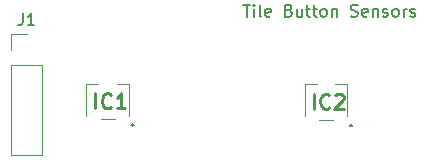
<source format=gto>
G04 #@! TF.GenerationSoftware,KiCad,Pcbnew,7.0.2*
G04 #@! TF.CreationDate,2023-10-24T21:53:47-04:00*
G04 #@! TF.ProjectId,MacroPad Tile Holder Sensors,4d616372-6f50-4616-9420-54696c652048,rev?*
G04 #@! TF.SameCoordinates,Original*
G04 #@! TF.FileFunction,Legend,Top*
G04 #@! TF.FilePolarity,Positive*
%FSLAX46Y46*%
G04 Gerber Fmt 4.6, Leading zero omitted, Abs format (unit mm)*
G04 Created by KiCad (PCBNEW 7.0.2) date 2023-10-24 21:53:47*
%MOMM*%
%LPD*%
G01*
G04 APERTURE LIST*
%ADD10C,0.150000*%
%ADD11C,0.254000*%
%ADD12C,0.120000*%
%ADD13C,0.100000*%
%ADD14C,0.200000*%
%ADD15R,1.700000X1.700000*%
%ADD16O,1.700000X1.700000*%
%ADD17R,0.700000X1.000000*%
%ADD18R,0.900000X1.000000*%
G04 APERTURE END LIST*
D10*
X131625238Y-64097619D02*
X132196666Y-64097619D01*
X131910952Y-65097619D02*
X131910952Y-64097619D01*
X132530000Y-65097619D02*
X132530000Y-64430952D01*
X132530000Y-64097619D02*
X132482381Y-64145238D01*
X132482381Y-64145238D02*
X132530000Y-64192857D01*
X132530000Y-64192857D02*
X132577619Y-64145238D01*
X132577619Y-64145238D02*
X132530000Y-64097619D01*
X132530000Y-64097619D02*
X132530000Y-64192857D01*
X133149047Y-65097619D02*
X133053809Y-65050000D01*
X133053809Y-65050000D02*
X133006190Y-64954761D01*
X133006190Y-64954761D02*
X133006190Y-64097619D01*
X133910952Y-65050000D02*
X133815714Y-65097619D01*
X133815714Y-65097619D02*
X133625238Y-65097619D01*
X133625238Y-65097619D02*
X133530000Y-65050000D01*
X133530000Y-65050000D02*
X133482381Y-64954761D01*
X133482381Y-64954761D02*
X133482381Y-64573809D01*
X133482381Y-64573809D02*
X133530000Y-64478571D01*
X133530000Y-64478571D02*
X133625238Y-64430952D01*
X133625238Y-64430952D02*
X133815714Y-64430952D01*
X133815714Y-64430952D02*
X133910952Y-64478571D01*
X133910952Y-64478571D02*
X133958571Y-64573809D01*
X133958571Y-64573809D02*
X133958571Y-64669047D01*
X133958571Y-64669047D02*
X133482381Y-64764285D01*
X135482381Y-64573809D02*
X135625238Y-64621428D01*
X135625238Y-64621428D02*
X135672857Y-64669047D01*
X135672857Y-64669047D02*
X135720476Y-64764285D01*
X135720476Y-64764285D02*
X135720476Y-64907142D01*
X135720476Y-64907142D02*
X135672857Y-65002380D01*
X135672857Y-65002380D02*
X135625238Y-65050000D01*
X135625238Y-65050000D02*
X135530000Y-65097619D01*
X135530000Y-65097619D02*
X135149048Y-65097619D01*
X135149048Y-65097619D02*
X135149048Y-64097619D01*
X135149048Y-64097619D02*
X135482381Y-64097619D01*
X135482381Y-64097619D02*
X135577619Y-64145238D01*
X135577619Y-64145238D02*
X135625238Y-64192857D01*
X135625238Y-64192857D02*
X135672857Y-64288095D01*
X135672857Y-64288095D02*
X135672857Y-64383333D01*
X135672857Y-64383333D02*
X135625238Y-64478571D01*
X135625238Y-64478571D02*
X135577619Y-64526190D01*
X135577619Y-64526190D02*
X135482381Y-64573809D01*
X135482381Y-64573809D02*
X135149048Y-64573809D01*
X136577619Y-64430952D02*
X136577619Y-65097619D01*
X136149048Y-64430952D02*
X136149048Y-64954761D01*
X136149048Y-64954761D02*
X136196667Y-65050000D01*
X136196667Y-65050000D02*
X136291905Y-65097619D01*
X136291905Y-65097619D02*
X136434762Y-65097619D01*
X136434762Y-65097619D02*
X136530000Y-65050000D01*
X136530000Y-65050000D02*
X136577619Y-65002380D01*
X136910953Y-64430952D02*
X137291905Y-64430952D01*
X137053810Y-64097619D02*
X137053810Y-64954761D01*
X137053810Y-64954761D02*
X137101429Y-65050000D01*
X137101429Y-65050000D02*
X137196667Y-65097619D01*
X137196667Y-65097619D02*
X137291905Y-65097619D01*
X137482382Y-64430952D02*
X137863334Y-64430952D01*
X137625239Y-64097619D02*
X137625239Y-64954761D01*
X137625239Y-64954761D02*
X137672858Y-65050000D01*
X137672858Y-65050000D02*
X137768096Y-65097619D01*
X137768096Y-65097619D02*
X137863334Y-65097619D01*
X138339525Y-65097619D02*
X138244287Y-65050000D01*
X138244287Y-65050000D02*
X138196668Y-65002380D01*
X138196668Y-65002380D02*
X138149049Y-64907142D01*
X138149049Y-64907142D02*
X138149049Y-64621428D01*
X138149049Y-64621428D02*
X138196668Y-64526190D01*
X138196668Y-64526190D02*
X138244287Y-64478571D01*
X138244287Y-64478571D02*
X138339525Y-64430952D01*
X138339525Y-64430952D02*
X138482382Y-64430952D01*
X138482382Y-64430952D02*
X138577620Y-64478571D01*
X138577620Y-64478571D02*
X138625239Y-64526190D01*
X138625239Y-64526190D02*
X138672858Y-64621428D01*
X138672858Y-64621428D02*
X138672858Y-64907142D01*
X138672858Y-64907142D02*
X138625239Y-65002380D01*
X138625239Y-65002380D02*
X138577620Y-65050000D01*
X138577620Y-65050000D02*
X138482382Y-65097619D01*
X138482382Y-65097619D02*
X138339525Y-65097619D01*
X139101430Y-64430952D02*
X139101430Y-65097619D01*
X139101430Y-64526190D02*
X139149049Y-64478571D01*
X139149049Y-64478571D02*
X139244287Y-64430952D01*
X139244287Y-64430952D02*
X139387144Y-64430952D01*
X139387144Y-64430952D02*
X139482382Y-64478571D01*
X139482382Y-64478571D02*
X139530001Y-64573809D01*
X139530001Y-64573809D02*
X139530001Y-65097619D01*
X140720478Y-65050000D02*
X140863335Y-65097619D01*
X140863335Y-65097619D02*
X141101430Y-65097619D01*
X141101430Y-65097619D02*
X141196668Y-65050000D01*
X141196668Y-65050000D02*
X141244287Y-65002380D01*
X141244287Y-65002380D02*
X141291906Y-64907142D01*
X141291906Y-64907142D02*
X141291906Y-64811904D01*
X141291906Y-64811904D02*
X141244287Y-64716666D01*
X141244287Y-64716666D02*
X141196668Y-64669047D01*
X141196668Y-64669047D02*
X141101430Y-64621428D01*
X141101430Y-64621428D02*
X140910954Y-64573809D01*
X140910954Y-64573809D02*
X140815716Y-64526190D01*
X140815716Y-64526190D02*
X140768097Y-64478571D01*
X140768097Y-64478571D02*
X140720478Y-64383333D01*
X140720478Y-64383333D02*
X140720478Y-64288095D01*
X140720478Y-64288095D02*
X140768097Y-64192857D01*
X140768097Y-64192857D02*
X140815716Y-64145238D01*
X140815716Y-64145238D02*
X140910954Y-64097619D01*
X140910954Y-64097619D02*
X141149049Y-64097619D01*
X141149049Y-64097619D02*
X141291906Y-64145238D01*
X142101430Y-65050000D02*
X142006192Y-65097619D01*
X142006192Y-65097619D02*
X141815716Y-65097619D01*
X141815716Y-65097619D02*
X141720478Y-65050000D01*
X141720478Y-65050000D02*
X141672859Y-64954761D01*
X141672859Y-64954761D02*
X141672859Y-64573809D01*
X141672859Y-64573809D02*
X141720478Y-64478571D01*
X141720478Y-64478571D02*
X141815716Y-64430952D01*
X141815716Y-64430952D02*
X142006192Y-64430952D01*
X142006192Y-64430952D02*
X142101430Y-64478571D01*
X142101430Y-64478571D02*
X142149049Y-64573809D01*
X142149049Y-64573809D02*
X142149049Y-64669047D01*
X142149049Y-64669047D02*
X141672859Y-64764285D01*
X142577621Y-64430952D02*
X142577621Y-65097619D01*
X142577621Y-64526190D02*
X142625240Y-64478571D01*
X142625240Y-64478571D02*
X142720478Y-64430952D01*
X142720478Y-64430952D02*
X142863335Y-64430952D01*
X142863335Y-64430952D02*
X142958573Y-64478571D01*
X142958573Y-64478571D02*
X143006192Y-64573809D01*
X143006192Y-64573809D02*
X143006192Y-65097619D01*
X143434764Y-65050000D02*
X143530002Y-65097619D01*
X143530002Y-65097619D02*
X143720478Y-65097619D01*
X143720478Y-65097619D02*
X143815716Y-65050000D01*
X143815716Y-65050000D02*
X143863335Y-64954761D01*
X143863335Y-64954761D02*
X143863335Y-64907142D01*
X143863335Y-64907142D02*
X143815716Y-64811904D01*
X143815716Y-64811904D02*
X143720478Y-64764285D01*
X143720478Y-64764285D02*
X143577621Y-64764285D01*
X143577621Y-64764285D02*
X143482383Y-64716666D01*
X143482383Y-64716666D02*
X143434764Y-64621428D01*
X143434764Y-64621428D02*
X143434764Y-64573809D01*
X143434764Y-64573809D02*
X143482383Y-64478571D01*
X143482383Y-64478571D02*
X143577621Y-64430952D01*
X143577621Y-64430952D02*
X143720478Y-64430952D01*
X143720478Y-64430952D02*
X143815716Y-64478571D01*
X144434764Y-65097619D02*
X144339526Y-65050000D01*
X144339526Y-65050000D02*
X144291907Y-65002380D01*
X144291907Y-65002380D02*
X144244288Y-64907142D01*
X144244288Y-64907142D02*
X144244288Y-64621428D01*
X144244288Y-64621428D02*
X144291907Y-64526190D01*
X144291907Y-64526190D02*
X144339526Y-64478571D01*
X144339526Y-64478571D02*
X144434764Y-64430952D01*
X144434764Y-64430952D02*
X144577621Y-64430952D01*
X144577621Y-64430952D02*
X144672859Y-64478571D01*
X144672859Y-64478571D02*
X144720478Y-64526190D01*
X144720478Y-64526190D02*
X144768097Y-64621428D01*
X144768097Y-64621428D02*
X144768097Y-64907142D01*
X144768097Y-64907142D02*
X144720478Y-65002380D01*
X144720478Y-65002380D02*
X144672859Y-65050000D01*
X144672859Y-65050000D02*
X144577621Y-65097619D01*
X144577621Y-65097619D02*
X144434764Y-65097619D01*
X145196669Y-65097619D02*
X145196669Y-64430952D01*
X145196669Y-64621428D02*
X145244288Y-64526190D01*
X145244288Y-64526190D02*
X145291907Y-64478571D01*
X145291907Y-64478571D02*
X145387145Y-64430952D01*
X145387145Y-64430952D02*
X145482383Y-64430952D01*
X145768098Y-65050000D02*
X145863336Y-65097619D01*
X145863336Y-65097619D02*
X146053812Y-65097619D01*
X146053812Y-65097619D02*
X146149050Y-65050000D01*
X146149050Y-65050000D02*
X146196669Y-64954761D01*
X146196669Y-64954761D02*
X146196669Y-64907142D01*
X146196669Y-64907142D02*
X146149050Y-64811904D01*
X146149050Y-64811904D02*
X146053812Y-64764285D01*
X146053812Y-64764285D02*
X145910955Y-64764285D01*
X145910955Y-64764285D02*
X145815717Y-64716666D01*
X145815717Y-64716666D02*
X145768098Y-64621428D01*
X145768098Y-64621428D02*
X145768098Y-64573809D01*
X145768098Y-64573809D02*
X145815717Y-64478571D01*
X145815717Y-64478571D02*
X145910955Y-64430952D01*
X145910955Y-64430952D02*
X146053812Y-64430952D01*
X146053812Y-64430952D02*
X146149050Y-64478571D01*
X112936666Y-64822619D02*
X112936666Y-65536904D01*
X112936666Y-65536904D02*
X112889047Y-65679761D01*
X112889047Y-65679761D02*
X112793809Y-65775000D01*
X112793809Y-65775000D02*
X112650952Y-65822619D01*
X112650952Y-65822619D02*
X112555714Y-65822619D01*
X113936666Y-65822619D02*
X113365238Y-65822619D01*
X113650952Y-65822619D02*
X113650952Y-64822619D01*
X113650952Y-64822619D02*
X113555714Y-64965476D01*
X113555714Y-64965476D02*
X113460476Y-65060714D01*
X113460476Y-65060714D02*
X113365238Y-65108333D01*
D11*
X119100237Y-72857526D02*
X119100237Y-71587526D01*
X120430714Y-72736573D02*
X120370238Y-72797050D01*
X120370238Y-72797050D02*
X120188809Y-72857526D01*
X120188809Y-72857526D02*
X120067857Y-72857526D01*
X120067857Y-72857526D02*
X119886428Y-72797050D01*
X119886428Y-72797050D02*
X119765476Y-72676097D01*
X119765476Y-72676097D02*
X119704999Y-72555145D01*
X119704999Y-72555145D02*
X119644523Y-72313240D01*
X119644523Y-72313240D02*
X119644523Y-72131811D01*
X119644523Y-72131811D02*
X119704999Y-71889907D01*
X119704999Y-71889907D02*
X119765476Y-71768954D01*
X119765476Y-71768954D02*
X119886428Y-71648002D01*
X119886428Y-71648002D02*
X120067857Y-71587526D01*
X120067857Y-71587526D02*
X120188809Y-71587526D01*
X120188809Y-71587526D02*
X120370238Y-71648002D01*
X120370238Y-71648002D02*
X120430714Y-71708478D01*
X121640238Y-72857526D02*
X120914523Y-72857526D01*
X121277380Y-72857526D02*
X121277380Y-71587526D01*
X121277380Y-71587526D02*
X121156428Y-71768954D01*
X121156428Y-71768954D02*
X121035476Y-71889907D01*
X121035476Y-71889907D02*
X120914523Y-71950383D01*
X137580237Y-72907526D02*
X137580237Y-71637526D01*
X138910714Y-72786573D02*
X138850238Y-72847050D01*
X138850238Y-72847050D02*
X138668809Y-72907526D01*
X138668809Y-72907526D02*
X138547857Y-72907526D01*
X138547857Y-72907526D02*
X138366428Y-72847050D01*
X138366428Y-72847050D02*
X138245476Y-72726097D01*
X138245476Y-72726097D02*
X138184999Y-72605145D01*
X138184999Y-72605145D02*
X138124523Y-72363240D01*
X138124523Y-72363240D02*
X138124523Y-72181811D01*
X138124523Y-72181811D02*
X138184999Y-71939907D01*
X138184999Y-71939907D02*
X138245476Y-71818954D01*
X138245476Y-71818954D02*
X138366428Y-71698002D01*
X138366428Y-71698002D02*
X138547857Y-71637526D01*
X138547857Y-71637526D02*
X138668809Y-71637526D01*
X138668809Y-71637526D02*
X138850238Y-71698002D01*
X138850238Y-71698002D02*
X138910714Y-71758478D01*
X139394523Y-71758478D02*
X139454999Y-71698002D01*
X139454999Y-71698002D02*
X139575952Y-71637526D01*
X139575952Y-71637526D02*
X139878333Y-71637526D01*
X139878333Y-71637526D02*
X139999285Y-71698002D01*
X139999285Y-71698002D02*
X140059761Y-71758478D01*
X140059761Y-71758478D02*
X140120238Y-71879430D01*
X140120238Y-71879430D02*
X140120238Y-72000383D01*
X140120238Y-72000383D02*
X140059761Y-72181811D01*
X140059761Y-72181811D02*
X139334047Y-72907526D01*
X139334047Y-72907526D02*
X140120238Y-72907526D01*
D12*
X111940000Y-66570000D02*
X113270000Y-66570000D01*
X111940000Y-67900000D02*
X111940000Y-66570000D01*
X111940000Y-69170000D02*
X111940000Y-76850000D01*
X111940000Y-69170000D02*
X114600000Y-69170000D01*
X111940000Y-76850000D02*
X114600000Y-76850000D01*
X114600000Y-69170000D02*
X114600000Y-76850000D01*
D13*
X118340000Y-70770000D02*
X118340000Y-73470000D01*
X119340000Y-70770000D02*
X118340000Y-70770000D01*
X119540000Y-73770000D02*
X120740000Y-73770000D01*
X120940000Y-70770000D02*
X121940000Y-70770000D01*
X121940000Y-70770000D02*
X121940000Y-73470000D01*
D14*
X122140000Y-74270000D02*
X122140000Y-74270000D01*
X122340000Y-74270000D02*
X122340000Y-74270000D01*
X122340000Y-74270000D02*
G75*
G03*
X122140000Y-74270000I-100000J0D01*
G01*
X122140000Y-74270000D02*
G75*
G03*
X122340000Y-74270000I100000J0D01*
G01*
D13*
X136820000Y-70820000D02*
X136820000Y-73520000D01*
X137820000Y-70820000D02*
X136820000Y-70820000D01*
X138020000Y-73820000D02*
X139220000Y-73820000D01*
X139420000Y-70820000D02*
X140420000Y-70820000D01*
X140420000Y-70820000D02*
X140420000Y-73520000D01*
D14*
X140620000Y-74320000D02*
X140620000Y-74320000D01*
X140820000Y-74320000D02*
X140820000Y-74320000D01*
X140820000Y-74320000D02*
G75*
G03*
X140620000Y-74320000I-100000J0D01*
G01*
X140620000Y-74320000D02*
G75*
G03*
X140820000Y-74320000I100000J0D01*
G01*
%LPC*%
D15*
X113270000Y-67900000D03*
D16*
X113270000Y-70440000D03*
X113270000Y-72980000D03*
X113270000Y-75520000D03*
D17*
X121440000Y-74270000D03*
D18*
X120140000Y-70270000D03*
D17*
X118840000Y-74270000D03*
X139920000Y-74320000D03*
D18*
X138620000Y-70320000D03*
D17*
X137320000Y-74320000D03*
%LPD*%
M02*

</source>
